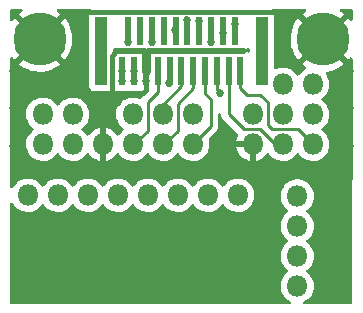
<source format=gbr>
%TF.GenerationSoftware,KiCad,Pcbnew,(6.0.0-0)*%
%TF.CreationDate,2023-03-06T19:24:07-05:00*%
%TF.ProjectId,module_dev3,6d6f6475-6c65-45f6-9465-76332e6b6963,rev?*%
%TF.SameCoordinates,Original*%
%TF.FileFunction,Copper,L2,Bot*%
%TF.FilePolarity,Positive*%
%FSLAX46Y46*%
G04 Gerber Fmt 4.6, Leading zero omitted, Abs format (unit mm)*
G04 Created by KiCad (PCBNEW (6.0.0-0)) date 2023-03-06 19:24:07*
%MOMM*%
%LPD*%
G01*
G04 APERTURE LIST*
%TA.AperFunction,ComponentPad*%
%ADD10C,4.500000*%
%TD*%
%TA.AperFunction,ComponentPad*%
%ADD11O,1.800000X1.800000*%
%TD*%
%TA.AperFunction,SMDPad,CuDef*%
%ADD12R,1.000000X5.850000*%
%TD*%
%TA.AperFunction,SMDPad,CuDef*%
%ADD13R,0.610000X2.410000*%
%TD*%
%TA.AperFunction,ViaPad*%
%ADD14C,0.685800*%
%TD*%
%TA.AperFunction,Conductor*%
%ADD15C,0.381000*%
%TD*%
%TA.AperFunction,Conductor*%
%ADD16C,0.508000*%
%TD*%
%TA.AperFunction,Conductor*%
%ADD17C,0.762000*%
%TD*%
%TA.AperFunction,Conductor*%
%ADD18C,0.406400*%
%TD*%
%TA.AperFunction,Conductor*%
%ADD19C,0.254000*%
%TD*%
G04 APERTURE END LIST*
D10*
%TO.P,H1,1*%
%TO.N,GND*%
X95000000Y-64000000D03*
%TD*%
%TO.P,H2,1*%
%TO.N,GND*%
X119000000Y-64000000D03*
%TD*%
D11*
%TO.P,J24,1*%
%TO.N,/12V*%
X97790000Y-72898000D03*
%TD*%
%TO.P,J25,1*%
%TO.N,GND*%
X100330000Y-72898000D03*
%TD*%
%TO.P,J27,1*%
%TO.N,/A1*%
X95250000Y-70358000D03*
%TD*%
%TO.P,J28,1*%
%TO.N,/~{RST}*%
X102870000Y-70358000D03*
%TD*%
%TO.P,J29,1*%
%TO.N,/5V*%
X97790000Y-70358000D03*
%TD*%
%TO.P,J32,1*%
%TO.N,/EN*%
X102870000Y-72898000D03*
%TD*%
%TO.P,J13,1*%
%TO.N,/SDA*%
X115570000Y-72898000D03*
%TD*%
%TO.P,J14,1*%
%TO.N,/3V3*%
X113030000Y-70358000D03*
%TD*%
%TO.P,J15,1*%
%TO.N,GND*%
X113030000Y-72898000D03*
%TD*%
%TO.P,J16,1*%
%TO.N,/SCK*%
X105410000Y-70358000D03*
%TD*%
%TO.P,J18,1*%
%TO.N,/MISO*%
X105410000Y-72898000D03*
%TD*%
%TO.P,J19,1*%
%TO.N,/MOSI*%
X107950000Y-72898000D03*
%TD*%
%TO.P,J17,1*%
%TO.N,/CS*%
X107950000Y-70358000D03*
%TD*%
%TO.P,J22,1*%
%TO.N,/RX*%
X118110000Y-70358000D03*
%TD*%
%TO.P,J31,1*%
%TO.N,/Status*%
X118110000Y-67818000D03*
%TD*%
%TO.P,J26,1*%
%TO.N,/A0*%
X95250000Y-72898000D03*
%TD*%
%TO.P,J21,1*%
%TO.N,/TX*%
X115570000Y-70358000D03*
%TD*%
%TO.P,J30,1*%
%TO.N,/BAT*%
X115570000Y-67818000D03*
%TD*%
%TO.P,J12,1*%
%TO.N,/SCL*%
X118110000Y-72898000D03*
%TD*%
%TO.P,J3,1*%
%TO.N,Net-(J3-Pad1)*%
X116800000Y-77280000D03*
%TO.P,J3,2*%
%TO.N,Net-(J3-Pad2)*%
X116800000Y-79820000D03*
%TO.P,J3,3*%
%TO.N,Net-(J3-Pad3)*%
X116800000Y-82360000D03*
%TO.P,J3,4*%
%TO.N,Net-(J3-Pad4)*%
X116800000Y-84900000D03*
%TD*%
%TO.P,J4,1*%
%TO.N,Net-(J4-Pad1)*%
X93980000Y-77216000D03*
%TO.P,J4,2*%
%TO.N,Net-(J4-Pad2)*%
X96520000Y-77216000D03*
%TO.P,J4,3*%
%TO.N,Net-(J4-Pad3)*%
X99060000Y-77216000D03*
%TO.P,J4,4*%
%TO.N,Net-(J4-Pad4)*%
X101600000Y-77216000D03*
%TO.P,J4,5*%
%TO.N,Net-(J4-Pad5)*%
X104140000Y-77216000D03*
%TO.P,J4,6*%
%TO.N,Net-(J4-Pad6)*%
X106680000Y-77216000D03*
%TO.P,J4,7*%
%TO.N,Net-(J4-Pad7)*%
X109220000Y-77216000D03*
%TO.P,J4,8*%
%TO.N,Net-(J4-Pad8)*%
X111760000Y-77216000D03*
%TD*%
D12*
%TO.P,J1,*%
%TO.N,*%
X100173500Y-65000000D03*
X113826500Y-65000000D03*
D13*
%TO.P,J1,1*%
%TO.N,/12V*%
X101996500Y-66720000D03*
%TO.P,J1,2*%
X102996500Y-66720000D03*
%TO.P,J1,3*%
%TO.N,GND*%
X103996500Y-66720000D03*
%TO.P,J1,4*%
%TO.N,/EN*%
X104996500Y-66720000D03*
%TO.P,J1,5*%
%TO.N,/~{RST}*%
X105996500Y-66720000D03*
%TO.P,J1,6*%
%TO.N,/SCK*%
X106996500Y-66720000D03*
%TO.P,J1,7*%
%TO.N,/MISO*%
X107996500Y-66720000D03*
%TO.P,J1,8*%
%TO.N,/MOSI*%
X108996500Y-66720000D03*
%TO.P,J1,9*%
%TO.N,/CS*%
X109996500Y-66720000D03*
%TO.P,J1,10*%
%TO.N,/SDA*%
X110996500Y-66720000D03*
%TO.P,J1,11*%
%TO.N,/SCL*%
X111996500Y-66720000D03*
%TO.P,J1,12*%
%TO.N,/BAT*%
X111496500Y-63280000D03*
%TO.P,J1,13*%
%TO.N,/RX*%
X110496500Y-63280000D03*
%TO.P,J1,14*%
%TO.N,/TX*%
X109496500Y-63280000D03*
%TO.P,J1,15*%
%TO.N,/Status*%
X108496500Y-63280000D03*
%TO.P,J1,16*%
%TO.N,/A0*%
X107496500Y-63280000D03*
%TO.P,J1,17*%
%TO.N,/A1*%
X106496500Y-63280000D03*
%TO.P,J1,18*%
%TO.N,N/C*%
X105496500Y-63280000D03*
%TO.P,J1,19*%
%TO.N,/3V3*%
X104496500Y-63280000D03*
%TO.P,J1,20*%
%TO.N,N/C*%
X103496500Y-63320000D03*
%TO.P,J1,21*%
%TO.N,/5V*%
X102496500Y-63320000D03*
%TD*%
D14*
%TO.N,GND*%
X110744000Y-71628000D03*
X110800000Y-85800000D03*
X100965000Y-68834000D03*
X92710000Y-73025000D03*
X115070000Y-84690000D03*
X108800000Y-80700000D03*
X121285000Y-69850000D03*
X110744000Y-72644000D03*
X92710000Y-66675000D03*
X102610000Y-84980000D03*
X100965000Y-69977000D03*
X104013000Y-67564000D03*
X101600000Y-69342000D03*
X121285000Y-66675000D03*
X104013000Y-65786000D03*
X121285000Y-73025000D03*
X92710000Y-69850000D03*
X114370000Y-78510000D03*
X95880000Y-85130000D03*
X114370000Y-80610000D03*
X107090000Y-81160000D03*
X104013000Y-66675000D03*
%TO.N,/12V*%
X102997000Y-67564000D03*
X101999500Y-66720000D03*
X101981000Y-67564000D03*
X103000000Y-66700000D03*
%TO.N,/3V3*%
X104521000Y-64262000D03*
%TO.N,/~{RST}*%
X105918000Y-67691000D03*
%TO.N,/CS*%
X110236000Y-68580000D03*
%TO.N,/5V*%
X102489000Y-64262000D03*
%TO.N,/TX*%
X109474000Y-64262000D03*
%TO.N,/RX*%
X110490000Y-63500000D03*
%TO.N,/Status*%
X108458000Y-62484000D03*
%TO.N,/A0*%
X107442000Y-62357000D03*
%TO.N,/A1*%
X106426000Y-63246000D03*
%TO.N,/BAT*%
X111506000Y-62738000D03*
%TD*%
D15*
%TO.N,GND*%
X101092000Y-68707000D02*
X100965000Y-68834000D01*
X97303401Y-61696599D02*
X95000000Y-64000000D01*
D16*
X104140000Y-65024000D02*
X112268000Y-65024000D01*
D15*
X97303401Y-61696599D02*
X116696599Y-61696599D01*
X101092000Y-65405000D02*
X101092000Y-68707000D01*
D17*
X104013000Y-66675000D02*
X104013000Y-65151000D01*
D16*
X104013000Y-65151000D02*
X104140000Y-65024000D01*
X103886000Y-65024000D02*
X101473000Y-65024000D01*
D15*
X103996500Y-68342500D02*
X103759000Y-68580000D01*
X103996500Y-66720000D02*
X103996500Y-68342500D01*
X101473000Y-65024000D02*
X101092000Y-65405000D01*
D16*
X104013000Y-65151000D02*
X103886000Y-65024000D01*
D15*
X119000000Y-64000000D02*
X116696599Y-61696599D01*
D18*
%TO.N,/12V*%
X101999500Y-66720000D02*
X101996500Y-66720000D01*
D15*
%TO.N,/3V3*%
X104496500Y-64237500D02*
X104521000Y-64262000D01*
X104496500Y-63280000D02*
X104496500Y-64237500D01*
D19*
%TO.N,/~{RST}*%
X105996500Y-66720000D02*
X105996500Y-67612500D01*
X105996500Y-67612500D02*
X105918000Y-67691000D01*
%TO.N,/SCK*%
X106996500Y-68009500D02*
X105410000Y-69596000D01*
X105410000Y-69596000D02*
X105410000Y-70358000D01*
X106996500Y-66720000D02*
X106996500Y-68009500D01*
%TO.N,/MISO*%
X106680000Y-69469000D02*
X106680000Y-71755000D01*
X107996500Y-68152500D02*
X106680000Y-69469000D01*
X106680000Y-71755000D02*
X105537000Y-72898000D01*
X107996500Y-66720000D02*
X107996500Y-68152500D01*
X105537000Y-72898000D02*
X105410000Y-72898000D01*
%TO.N,/MOSI*%
X109474000Y-69088000D02*
X109474000Y-71374000D01*
X108996500Y-66720000D02*
X108996500Y-68610500D01*
X109474000Y-71374000D02*
X107950000Y-72898000D01*
X108996500Y-68610500D02*
X109474000Y-69088000D01*
%TO.N,/CS*%
X109996500Y-66720000D02*
X109996500Y-68340500D01*
X109996500Y-68340500D02*
X110236000Y-68580000D01*
%TO.N,/SDA*%
X112268000Y-71628000D02*
X110996500Y-70356500D01*
X113665000Y-71628000D02*
X112268000Y-71628000D01*
X114935000Y-72898000D02*
X115570000Y-72898000D01*
X113665000Y-71628000D02*
X114935000Y-72898000D01*
X110996500Y-70356500D02*
X110996500Y-66720000D01*
%TO.N,/SCL*%
X116840000Y-71628000D02*
X118110000Y-72898000D01*
X114300000Y-71247000D02*
X114681000Y-71628000D01*
X114681000Y-71628000D02*
X116840000Y-71628000D01*
X113665000Y-68707000D02*
X114300000Y-69342000D01*
X114300000Y-69342000D02*
X114300000Y-71247000D01*
X112524500Y-68707000D02*
X113665000Y-68707000D01*
X111996500Y-66720000D02*
X111996500Y-68179000D01*
X111996500Y-68179000D02*
X112524500Y-68707000D01*
D15*
%TO.N,/5V*%
X102496500Y-63320000D02*
X102496500Y-64254500D01*
X102496500Y-64254500D02*
X102489000Y-64262000D01*
D19*
%TO.N,/TX*%
X109496500Y-63280000D02*
X109496500Y-64239500D01*
X109496500Y-64239500D02*
X109474000Y-64262000D01*
%TO.N,/RX*%
X110496500Y-63280000D02*
X110496500Y-63493500D01*
X110496500Y-63493500D02*
X110490000Y-63500000D01*
%TO.N,/EN*%
X104996500Y-66720000D02*
X104996500Y-68485500D01*
X104140000Y-71755000D02*
X102997000Y-72898000D01*
X102997000Y-72898000D02*
X102870000Y-72898000D01*
X104140000Y-69342000D02*
X104140000Y-71755000D01*
X104996500Y-68485500D02*
X104140000Y-69342000D01*
%TO.N,/Status*%
X108496500Y-63280000D02*
X108496500Y-62522500D01*
X108496500Y-62522500D02*
X108458000Y-62484000D01*
%TO.N,/A0*%
X107496500Y-62411500D02*
X107442000Y-62357000D01*
X107496500Y-63280000D02*
X107496500Y-62411500D01*
%TO.N,/A1*%
X106460000Y-63280000D02*
X106426000Y-63246000D01*
X106496500Y-63280000D02*
X106460000Y-63280000D01*
%TO.N,/BAT*%
X111496500Y-63280000D02*
X111496500Y-62747500D01*
X111496500Y-62747500D02*
X111506000Y-62738000D01*
%TD*%
%TA.AperFunction,Conductor*%
%TO.N,GND*%
G36*
X93508556Y-61466002D02*
G01*
X93555049Y-61519658D01*
X93565153Y-61589932D01*
X93535659Y-61654512D01*
X93504858Y-61680285D01*
X93450196Y-61712805D01*
X93443945Y-61717053D01*
X93250733Y-61866115D01*
X93242267Y-61877773D01*
X93248871Y-61889661D01*
X94987188Y-63627978D01*
X95001132Y-63635592D01*
X95002965Y-63635461D01*
X95009580Y-63631210D01*
X96750162Y-61890628D01*
X96757174Y-61877787D01*
X96749379Y-61867098D01*
X96579886Y-61733481D01*
X96573663Y-61729156D01*
X96492326Y-61679605D01*
X96444557Y-61627082D01*
X96432767Y-61557071D01*
X96460699Y-61491800D01*
X96519485Y-61451992D01*
X96557879Y-61446000D01*
X99286595Y-61446000D01*
X99354716Y-61466002D01*
X99401209Y-61519658D01*
X99411313Y-61589932D01*
X99381819Y-61654512D01*
X99362163Y-61672824D01*
X99310239Y-61711739D01*
X99222885Y-61828295D01*
X99171755Y-61964684D01*
X99165000Y-62026866D01*
X99165000Y-67973134D01*
X99171755Y-68035316D01*
X99222885Y-68171705D01*
X99310239Y-68288261D01*
X99426795Y-68375615D01*
X99563184Y-68426745D01*
X99625366Y-68433500D01*
X100721634Y-68433500D01*
X100783816Y-68426745D01*
X100920205Y-68375615D01*
X101036761Y-68288261D01*
X101081674Y-68228334D01*
X101138533Y-68185819D01*
X101209352Y-68180793D01*
X101271645Y-68214853D01*
X101283326Y-68228334D01*
X101328239Y-68288261D01*
X101444795Y-68375615D01*
X101581184Y-68426745D01*
X101643366Y-68433500D01*
X102349634Y-68433500D01*
X102411816Y-68426745D01*
X102452271Y-68411579D01*
X102523076Y-68406396D01*
X102540723Y-68411577D01*
X102581184Y-68426745D01*
X102643366Y-68433500D01*
X103349634Y-68433500D01*
X103411816Y-68426745D01*
X103419217Y-68423970D01*
X103419219Y-68423970D01*
X103452981Y-68411313D01*
X103523788Y-68406129D01*
X103541443Y-68411313D01*
X103573890Y-68423477D01*
X103589149Y-68427105D01*
X103640014Y-68432631D01*
X103646828Y-68433000D01*
X103846077Y-68433000D01*
X103914198Y-68453002D01*
X103960691Y-68506658D01*
X103970795Y-68576932D01*
X103941301Y-68641512D01*
X103935172Y-68648095D01*
X103746517Y-68836750D01*
X103738191Y-68844326D01*
X103731697Y-68848447D01*
X103726274Y-68854222D01*
X103684915Y-68898265D01*
X103682160Y-68901107D01*
X103662361Y-68920906D01*
X103659937Y-68924031D01*
X103659929Y-68924040D01*
X103659863Y-68924126D01*
X103652155Y-68933151D01*
X103621783Y-68965494D01*
X103617965Y-68972438D01*
X103617964Y-68972440D01*
X103611978Y-68983329D01*
X103601127Y-68999847D01*
X103588650Y-69015933D01*
X103588649Y-69015935D01*
X103588140Y-69015540D01*
X103540486Y-69060039D01*
X103470636Y-69072747D01*
X103441861Y-69066222D01*
X103235903Y-68993288D01*
X103235899Y-68993287D01*
X103231028Y-68991562D01*
X103225935Y-68990655D01*
X103225932Y-68990654D01*
X103008095Y-68951851D01*
X103008089Y-68951850D01*
X103003006Y-68950945D01*
X102930096Y-68950054D01*
X102776581Y-68948179D01*
X102776579Y-68948179D01*
X102771411Y-68948116D01*
X102542464Y-68983150D01*
X102322314Y-69055106D01*
X102317726Y-69057494D01*
X102317722Y-69057496D01*
X102196245Y-69120733D01*
X102116872Y-69162052D01*
X102112739Y-69165155D01*
X102112736Y-69165157D01*
X101961947Y-69278373D01*
X101931655Y-69301117D01*
X101928083Y-69304855D01*
X101814673Y-69423532D01*
X101771639Y-69468564D01*
X101768730Y-69472829D01*
X101768724Y-69472837D01*
X101750192Y-69500004D01*
X101641119Y-69659899D01*
X101543602Y-69869981D01*
X101481707Y-70093169D01*
X101457095Y-70323469D01*
X101457392Y-70328622D01*
X101457392Y-70328625D01*
X101463067Y-70427041D01*
X101470427Y-70554697D01*
X101471564Y-70559743D01*
X101471565Y-70559749D01*
X101495305Y-70665088D01*
X101521346Y-70780642D01*
X101523288Y-70785424D01*
X101523289Y-70785428D01*
X101598467Y-70970568D01*
X101608484Y-70995237D01*
X101729501Y-71192719D01*
X101881147Y-71367784D01*
X102059349Y-71515730D01*
X102063819Y-71518342D01*
X102067511Y-71520500D01*
X102116232Y-71572140D01*
X102129301Y-71641924D01*
X102102566Y-71707694D01*
X102079589Y-71730045D01*
X101997129Y-71791958D01*
X101931655Y-71841117D01*
X101771639Y-72008564D01*
X101768730Y-72012829D01*
X101768724Y-72012837D01*
X101704002Y-72107716D01*
X101649091Y-72152719D01*
X101578566Y-72160890D01*
X101514819Y-72129636D01*
X101494122Y-72105152D01*
X101452177Y-72040315D01*
X101445885Y-72032144D01*
X101297023Y-71868547D01*
X101289490Y-71861521D01*
X101115901Y-71724429D01*
X101107323Y-71718730D01*
X100913678Y-71611833D01*
X100904272Y-71607606D01*
X100695772Y-71533772D01*
X100685809Y-71531140D01*
X100601836Y-71516182D01*
X100588541Y-71517641D01*
X100584000Y-71532199D01*
X100584000Y-74266928D01*
X100588064Y-74280770D01*
X100601479Y-74282804D01*
X100618613Y-74280609D01*
X100628698Y-74278466D01*
X100840557Y-74214905D01*
X100850152Y-74211144D01*
X101048778Y-74113838D01*
X101057636Y-74108559D01*
X101237716Y-73980109D01*
X101245578Y-73973465D01*
X101402260Y-73817329D01*
X101408937Y-73809484D01*
X101496676Y-73687382D01*
X101552671Y-73643734D01*
X101623374Y-73637288D01*
X101686339Y-73670091D01*
X101706432Y-73695074D01*
X101726800Y-73728313D01*
X101726804Y-73728318D01*
X101729501Y-73732719D01*
X101881147Y-73907784D01*
X102059349Y-74055730D01*
X102259322Y-74172584D01*
X102475694Y-74255209D01*
X102480760Y-74256240D01*
X102480761Y-74256240D01*
X102533295Y-74266928D01*
X102702656Y-74301385D01*
X102833324Y-74306176D01*
X102928949Y-74309683D01*
X102928953Y-74309683D01*
X102934113Y-74309872D01*
X102939233Y-74309216D01*
X102939235Y-74309216D01*
X103012270Y-74299860D01*
X103163847Y-74280442D01*
X103168795Y-74278957D01*
X103168802Y-74278956D01*
X103380747Y-74215369D01*
X103385690Y-74213886D01*
X103467159Y-74173975D01*
X103589049Y-74114262D01*
X103589052Y-74114260D01*
X103593684Y-74111991D01*
X103782243Y-73977494D01*
X103946303Y-73814005D01*
X103949319Y-73809808D01*
X103949326Y-73809800D01*
X104036960Y-73687844D01*
X104092954Y-73644196D01*
X104163658Y-73637750D01*
X104226622Y-73670553D01*
X104246715Y-73695536D01*
X104266800Y-73728313D01*
X104266804Y-73728318D01*
X104269501Y-73732719D01*
X104421147Y-73907784D01*
X104599349Y-74055730D01*
X104799322Y-74172584D01*
X105015694Y-74255209D01*
X105020760Y-74256240D01*
X105020761Y-74256240D01*
X105073295Y-74266928D01*
X105242656Y-74301385D01*
X105373324Y-74306176D01*
X105468949Y-74309683D01*
X105468953Y-74309683D01*
X105474113Y-74309872D01*
X105479233Y-74309216D01*
X105479235Y-74309216D01*
X105552270Y-74299860D01*
X105703847Y-74280442D01*
X105708795Y-74278957D01*
X105708802Y-74278956D01*
X105920747Y-74215369D01*
X105925690Y-74213886D01*
X106007159Y-74173975D01*
X106129049Y-74114262D01*
X106129052Y-74114260D01*
X106133684Y-74111991D01*
X106322243Y-73977494D01*
X106486303Y-73814005D01*
X106489319Y-73809808D01*
X106489326Y-73809800D01*
X106576960Y-73687844D01*
X106632954Y-73644196D01*
X106703658Y-73637750D01*
X106766622Y-73670553D01*
X106786715Y-73695536D01*
X106806800Y-73728313D01*
X106806804Y-73728318D01*
X106809501Y-73732719D01*
X106961147Y-73907784D01*
X107139349Y-74055730D01*
X107339322Y-74172584D01*
X107555694Y-74255209D01*
X107560760Y-74256240D01*
X107560761Y-74256240D01*
X107613295Y-74266928D01*
X107782656Y-74301385D01*
X107913324Y-74306176D01*
X108008949Y-74309683D01*
X108008953Y-74309683D01*
X108014113Y-74309872D01*
X108019233Y-74309216D01*
X108019235Y-74309216D01*
X108092270Y-74299860D01*
X108243847Y-74280442D01*
X108248795Y-74278957D01*
X108248802Y-74278956D01*
X108460747Y-74215369D01*
X108465690Y-74213886D01*
X108547159Y-74173975D01*
X108669049Y-74114262D01*
X108669052Y-74114260D01*
X108673684Y-74111991D01*
X108862243Y-73977494D01*
X109026303Y-73814005D01*
X109161458Y-73625917D01*
X109208641Y-73530450D01*
X109261784Y-73422922D01*
X109261785Y-73422920D01*
X109264078Y-73418280D01*
X109331408Y-73196671D01*
X109335450Y-73165966D01*
X111647000Y-73165966D01*
X111680685Y-73315439D01*
X111683773Y-73325292D01*
X111766989Y-73530226D01*
X111771629Y-73539413D01*
X111887208Y-73728022D01*
X111893286Y-73736326D01*
X112038113Y-73903519D01*
X112045475Y-73910728D01*
X112215660Y-74052018D01*
X112224099Y-74057927D01*
X112415077Y-74169525D01*
X112424364Y-74173975D01*
X112631003Y-74252883D01*
X112640901Y-74255759D01*
X112758250Y-74279634D01*
X112772299Y-74278438D01*
X112776000Y-74268093D01*
X112776000Y-73170115D01*
X112771525Y-73154876D01*
X112770135Y-73153671D01*
X112762452Y-73152000D01*
X111661968Y-73152000D01*
X111648437Y-73155973D01*
X111647000Y-73165966D01*
X109335450Y-73165966D01*
X109361640Y-72967041D01*
X109363327Y-72898000D01*
X109357032Y-72821434D01*
X109344773Y-72672318D01*
X109344772Y-72672312D01*
X109344349Y-72667167D01*
X109308594Y-72524819D01*
X109311398Y-72453878D01*
X109341703Y-72405029D01*
X109867477Y-71879255D01*
X109875803Y-71871678D01*
X109882303Y-71867553D01*
X109887968Y-71861521D01*
X109929100Y-71817719D01*
X109931855Y-71814877D01*
X109951638Y-71795094D01*
X109954129Y-71791883D01*
X109961838Y-71782856D01*
X109986789Y-71756286D01*
X109992217Y-71750506D01*
X110002022Y-71732671D01*
X110012876Y-71716147D01*
X110020491Y-71706330D01*
X110020492Y-71706329D01*
X110025349Y-71700067D01*
X110042969Y-71659350D01*
X110048192Y-71648689D01*
X110065749Y-71616753D01*
X110065751Y-71616748D01*
X110069569Y-71609803D01*
X110071539Y-71602129D01*
X110071542Y-71602122D01*
X110074632Y-71590087D01*
X110081036Y-71571382D01*
X110085967Y-71559987D01*
X110089117Y-71552708D01*
X110096060Y-71508873D01*
X110098467Y-71497251D01*
X110109500Y-71454282D01*
X110109500Y-71433935D01*
X110111051Y-71414224D01*
X110112995Y-71401950D01*
X110114235Y-71394121D01*
X110110059Y-71349944D01*
X110109500Y-71338086D01*
X110109500Y-70404429D01*
X110129502Y-70336308D01*
X110183158Y-70289815D01*
X110253432Y-70279711D01*
X110318012Y-70309205D01*
X110356396Y-70368931D01*
X110361000Y-70395089D01*
X110361000Y-70396483D01*
X110361496Y-70400407D01*
X110361496Y-70400410D01*
X110361508Y-70400504D01*
X110362441Y-70412349D01*
X110363835Y-70456705D01*
X110366047Y-70464317D01*
X110369513Y-70476248D01*
X110373523Y-70495612D01*
X110376073Y-70515799D01*
X110378989Y-70523163D01*
X110378990Y-70523168D01*
X110392407Y-70557056D01*
X110396252Y-70568285D01*
X110408631Y-70610893D01*
X110412669Y-70617720D01*
X110412670Y-70617723D01*
X110418988Y-70628406D01*
X110427688Y-70646164D01*
X110432261Y-70657715D01*
X110432265Y-70657721D01*
X110435181Y-70665088D01*
X110439839Y-70671499D01*
X110439840Y-70671501D01*
X110461264Y-70700988D01*
X110467781Y-70710910D01*
X110486326Y-70742268D01*
X110486329Y-70742272D01*
X110490366Y-70749098D01*
X110504750Y-70763482D01*
X110517591Y-70778516D01*
X110529558Y-70794987D01*
X110535666Y-70800040D01*
X110563755Y-70823277D01*
X110572535Y-70831267D01*
X111762750Y-72021483D01*
X111770326Y-72029809D01*
X111774447Y-72036303D01*
X111780222Y-72041726D01*
X111780226Y-72041731D01*
X111780866Y-72042332D01*
X111781216Y-72042927D01*
X111785279Y-72047839D01*
X111784486Y-72048495D01*
X111816827Y-72103547D01*
X111813985Y-72174486D01*
X111804162Y-72196415D01*
X111799378Y-72204836D01*
X111706252Y-72405459D01*
X111702689Y-72415146D01*
X111643581Y-72628279D01*
X111643484Y-72628788D01*
X111645625Y-72640609D01*
X111658001Y-72644000D01*
X113158000Y-72644000D01*
X113226121Y-72664002D01*
X113272614Y-72717658D01*
X113284000Y-72770000D01*
X113284000Y-74266928D01*
X113288064Y-74280770D01*
X113301479Y-74282804D01*
X113318613Y-74280609D01*
X113328698Y-74278466D01*
X113540557Y-74214905D01*
X113550152Y-74211144D01*
X113748778Y-74113838D01*
X113757636Y-74108559D01*
X113937716Y-73980109D01*
X113945578Y-73973465D01*
X114102260Y-73817329D01*
X114108937Y-73809484D01*
X114196676Y-73687382D01*
X114252671Y-73643734D01*
X114323374Y-73637288D01*
X114386339Y-73670091D01*
X114406432Y-73695074D01*
X114426800Y-73728313D01*
X114426804Y-73728318D01*
X114429501Y-73732719D01*
X114581147Y-73907784D01*
X114759349Y-74055730D01*
X114959322Y-74172584D01*
X115175694Y-74255209D01*
X115180760Y-74256240D01*
X115180761Y-74256240D01*
X115233295Y-74266928D01*
X115402656Y-74301385D01*
X115533324Y-74306176D01*
X115628949Y-74309683D01*
X115628953Y-74309683D01*
X115634113Y-74309872D01*
X115639233Y-74309216D01*
X115639235Y-74309216D01*
X115712270Y-74299860D01*
X115863847Y-74280442D01*
X115868795Y-74278957D01*
X115868802Y-74278956D01*
X116080747Y-74215369D01*
X116085690Y-74213886D01*
X116167159Y-74173975D01*
X116289049Y-74114262D01*
X116289052Y-74114260D01*
X116293684Y-74111991D01*
X116482243Y-73977494D01*
X116646303Y-73814005D01*
X116649319Y-73809808D01*
X116649326Y-73809800D01*
X116736960Y-73687844D01*
X116792954Y-73644196D01*
X116863658Y-73637750D01*
X116926622Y-73670553D01*
X116946715Y-73695536D01*
X116966800Y-73728313D01*
X116966804Y-73728318D01*
X116969501Y-73732719D01*
X117121147Y-73907784D01*
X117299349Y-74055730D01*
X117499322Y-74172584D01*
X117715694Y-74255209D01*
X117720760Y-74256240D01*
X117720761Y-74256240D01*
X117773295Y-74266928D01*
X117942656Y-74301385D01*
X118073324Y-74306176D01*
X118168949Y-74309683D01*
X118168953Y-74309683D01*
X118174113Y-74309872D01*
X118179233Y-74309216D01*
X118179235Y-74309216D01*
X118252270Y-74299860D01*
X118403847Y-74280442D01*
X118408795Y-74278957D01*
X118408802Y-74278956D01*
X118620747Y-74215369D01*
X118625690Y-74213886D01*
X118707159Y-74173975D01*
X118829049Y-74114262D01*
X118829052Y-74114260D01*
X118833684Y-74111991D01*
X119022243Y-73977494D01*
X119186303Y-73814005D01*
X119321458Y-73625917D01*
X119368641Y-73530450D01*
X119421784Y-73422922D01*
X119421785Y-73422920D01*
X119424078Y-73418280D01*
X119491408Y-73196671D01*
X119521640Y-72967041D01*
X119523327Y-72898000D01*
X119517032Y-72821434D01*
X119504773Y-72672318D01*
X119504772Y-72672312D01*
X119504349Y-72667167D01*
X119447925Y-72442533D01*
X119436017Y-72415146D01*
X119357630Y-72234868D01*
X119357628Y-72234865D01*
X119355570Y-72230131D01*
X119229764Y-72035665D01*
X119224850Y-72030264D01*
X119081731Y-71872979D01*
X119073887Y-71864358D01*
X119069836Y-71861159D01*
X119069832Y-71861155D01*
X118897077Y-71724722D01*
X118856014Y-71666805D01*
X118852782Y-71595882D01*
X118888407Y-71534470D01*
X118902001Y-71523261D01*
X119022243Y-71437494D01*
X119186303Y-71274005D01*
X119321458Y-71085917D01*
X119368641Y-70990450D01*
X119421784Y-70882922D01*
X119421785Y-70882920D01*
X119424078Y-70878280D01*
X119491408Y-70656671D01*
X119521640Y-70427041D01*
X119522193Y-70404429D01*
X119523245Y-70361365D01*
X119523245Y-70361361D01*
X119523327Y-70358000D01*
X119516890Y-70279711D01*
X119504773Y-70132318D01*
X119504772Y-70132312D01*
X119504349Y-70127167D01*
X119447925Y-69902533D01*
X119445866Y-69897797D01*
X119357630Y-69694868D01*
X119357628Y-69694865D01*
X119355570Y-69690131D01*
X119229764Y-69495665D01*
X119073887Y-69324358D01*
X119069836Y-69321159D01*
X119069832Y-69321155D01*
X118897077Y-69184722D01*
X118856014Y-69126805D01*
X118852782Y-69055882D01*
X118888407Y-68994470D01*
X118902001Y-68983261D01*
X118905872Y-68980500D01*
X119022243Y-68897494D01*
X119186303Y-68734005D01*
X119321458Y-68545917D01*
X119396047Y-68394998D01*
X119421784Y-68342922D01*
X119421785Y-68342920D01*
X119424078Y-68338280D01*
X119491408Y-68116671D01*
X119521640Y-67887041D01*
X119523327Y-67818000D01*
X119517032Y-67741434D01*
X119504773Y-67592318D01*
X119504772Y-67592312D01*
X119504349Y-67587167D01*
X119447925Y-67362533D01*
X119445866Y-67357797D01*
X119357630Y-67154868D01*
X119357628Y-67154865D01*
X119355570Y-67150131D01*
X119229764Y-66955665D01*
X119226282Y-66951838D01*
X119223129Y-66947744D01*
X119224899Y-66946381D01*
X119197983Y-66890964D01*
X119206414Y-66820470D01*
X119251620Y-66765725D01*
X119301551Y-66745785D01*
X119613115Y-66693926D01*
X119620479Y-66692240D01*
X119932315Y-66600757D01*
X119939424Y-66598198D01*
X120238003Y-66469919D01*
X120244770Y-66466515D01*
X120525764Y-66303301D01*
X120532071Y-66299111D01*
X120750005Y-66134588D01*
X120758461Y-66123197D01*
X120751743Y-66110953D01*
X119012812Y-64372022D01*
X118998868Y-64364408D01*
X118997035Y-64364539D01*
X118990420Y-64368790D01*
X117250257Y-66108953D01*
X117243142Y-66121982D01*
X117250668Y-66132415D01*
X117396463Y-66249848D01*
X117402640Y-66254239D01*
X117516024Y-66324951D01*
X117563240Y-66377971D01*
X117574296Y-66448101D01*
X117545682Y-66513076D01*
X117507527Y-66543626D01*
X117402695Y-66598198D01*
X117356872Y-66622052D01*
X117352739Y-66625155D01*
X117352736Y-66625157D01*
X117175790Y-66758012D01*
X117171655Y-66761117D01*
X117011639Y-66928564D01*
X116944306Y-67027271D01*
X116889397Y-67072271D01*
X116818872Y-67080442D01*
X116755125Y-67049188D01*
X116734428Y-67024705D01*
X116692571Y-66960004D01*
X116689764Y-66955665D01*
X116682557Y-66947744D01*
X116566746Y-66820470D01*
X116533887Y-66784358D01*
X116529836Y-66781159D01*
X116529832Y-66781155D01*
X116356177Y-66644011D01*
X116356172Y-66644008D01*
X116352123Y-66640810D01*
X116347607Y-66638317D01*
X116347604Y-66638315D01*
X116153879Y-66531373D01*
X116153875Y-66531371D01*
X116149355Y-66528876D01*
X116144486Y-66527152D01*
X116144482Y-66527150D01*
X115935903Y-66453288D01*
X115935899Y-66453287D01*
X115931028Y-66451562D01*
X115925935Y-66450655D01*
X115925932Y-66450654D01*
X115708095Y-66411851D01*
X115708089Y-66411850D01*
X115703006Y-66410945D01*
X115630096Y-66410054D01*
X115476581Y-66408179D01*
X115476579Y-66408179D01*
X115471411Y-66408116D01*
X115242464Y-66443150D01*
X115022314Y-66515106D01*
X115017721Y-66517497D01*
X115012963Y-66519497D01*
X115012368Y-66518082D01*
X114949506Y-66530449D01*
X114883494Y-66504316D01*
X114842090Y-66446643D01*
X114835000Y-66404974D01*
X114835000Y-63974858D01*
X116237299Y-63974858D01*
X116253456Y-64299410D01*
X116254287Y-64306939D01*
X116309318Y-64627198D01*
X116311051Y-64634585D01*
X116404156Y-64945909D01*
X116406759Y-64953022D01*
X116536595Y-65250913D01*
X116540037Y-65257669D01*
X116704720Y-65537803D01*
X116708943Y-65544088D01*
X116865792Y-65749608D01*
X116877316Y-65758069D01*
X116889382Y-65751408D01*
X118627978Y-64012812D01*
X118635592Y-63998868D01*
X118635461Y-63997035D01*
X118631210Y-63990420D01*
X116890864Y-62250074D01*
X116877929Y-62243011D01*
X116867367Y-62250671D01*
X116741785Y-62408268D01*
X116737428Y-62414467D01*
X116566913Y-62691094D01*
X116563333Y-62697770D01*
X116427287Y-62992878D01*
X116424537Y-62999929D01*
X116324927Y-63309251D01*
X116323044Y-63316584D01*
X116261316Y-63635632D01*
X116260329Y-63643132D01*
X116237378Y-63967277D01*
X116237299Y-63974858D01*
X114835000Y-63974858D01*
X114835000Y-62026866D01*
X114828245Y-61964684D01*
X114777115Y-61828295D01*
X114689761Y-61711739D01*
X114637838Y-61672825D01*
X114595325Y-61615966D01*
X114590300Y-61545148D01*
X114624359Y-61482855D01*
X114686691Y-61448865D01*
X114713405Y-61446000D01*
X117440435Y-61446000D01*
X117508556Y-61466002D01*
X117555049Y-61519658D01*
X117565153Y-61589932D01*
X117535659Y-61654512D01*
X117504858Y-61680285D01*
X117450196Y-61712805D01*
X117443945Y-61717053D01*
X117250733Y-61866115D01*
X117242267Y-61877773D01*
X117248871Y-61889661D01*
X118987188Y-63627978D01*
X119001132Y-63635592D01*
X119002965Y-63635461D01*
X119009580Y-63631210D01*
X120750162Y-61890628D01*
X120757174Y-61877787D01*
X120749379Y-61867098D01*
X120579886Y-61733481D01*
X120573663Y-61729156D01*
X120492326Y-61679605D01*
X120444557Y-61627082D01*
X120432767Y-61557071D01*
X120460699Y-61491800D01*
X120519485Y-61451992D01*
X120557879Y-61446000D01*
X121361000Y-61446000D01*
X121429121Y-61466002D01*
X121475614Y-61519658D01*
X121487000Y-61572000D01*
X121487000Y-62337698D01*
X121466998Y-62405819D01*
X121413342Y-62452312D01*
X121343068Y-62462416D01*
X121278488Y-62432922D01*
X121261643Y-62415184D01*
X121133617Y-62251022D01*
X121121823Y-62242551D01*
X121110113Y-62249097D01*
X119372022Y-63987188D01*
X119364408Y-64001132D01*
X119364539Y-64002965D01*
X119368790Y-64009580D01*
X121108825Y-65749615D01*
X121121948Y-65756781D01*
X121132250Y-65749391D01*
X121241429Y-65615285D01*
X121245840Y-65609146D01*
X121252194Y-65599076D01*
X121305461Y-65552139D01*
X121375649Y-65541451D01*
X121440473Y-65570406D01*
X121479352Y-65629811D01*
X121484754Y-65666613D01*
X121434750Y-86304307D01*
X121414584Y-86372377D01*
X121360815Y-86418740D01*
X121308751Y-86430000D01*
X117422231Y-86430000D01*
X117354110Y-86409998D01*
X117307617Y-86356342D01*
X117297513Y-86286068D01*
X117327007Y-86221488D01*
X117366799Y-86190848D01*
X117519049Y-86116262D01*
X117519052Y-86116260D01*
X117523684Y-86113991D01*
X117712243Y-85979494D01*
X117876303Y-85816005D01*
X118011458Y-85627917D01*
X118058641Y-85532450D01*
X118111784Y-85424922D01*
X118111785Y-85424920D01*
X118114078Y-85420280D01*
X118181408Y-85198671D01*
X118211640Y-84969041D01*
X118213327Y-84900000D01*
X118207032Y-84823434D01*
X118194773Y-84674318D01*
X118194772Y-84674312D01*
X118194349Y-84669167D01*
X118137925Y-84444533D01*
X118135866Y-84439797D01*
X118047630Y-84236868D01*
X118047628Y-84236865D01*
X118045570Y-84232131D01*
X117919764Y-84037665D01*
X117763887Y-83866358D01*
X117759836Y-83863159D01*
X117759832Y-83863155D01*
X117587077Y-83726722D01*
X117546014Y-83668805D01*
X117542782Y-83597882D01*
X117578407Y-83536470D01*
X117592001Y-83525261D01*
X117595872Y-83522500D01*
X117712243Y-83439494D01*
X117876303Y-83276005D01*
X118011458Y-83087917D01*
X118058641Y-82992450D01*
X118111784Y-82884922D01*
X118111785Y-82884920D01*
X118114078Y-82880280D01*
X118181408Y-82658671D01*
X118211640Y-82429041D01*
X118213327Y-82360000D01*
X118207032Y-82283434D01*
X118194773Y-82134318D01*
X118194772Y-82134312D01*
X118194349Y-82129167D01*
X118137925Y-81904533D01*
X118135866Y-81899797D01*
X118047630Y-81696868D01*
X118047628Y-81696865D01*
X118045570Y-81692131D01*
X117919764Y-81497665D01*
X117763887Y-81326358D01*
X117759836Y-81323159D01*
X117759832Y-81323155D01*
X117587077Y-81186722D01*
X117546014Y-81128805D01*
X117542782Y-81057882D01*
X117578407Y-80996470D01*
X117592001Y-80985261D01*
X117595872Y-80982500D01*
X117712243Y-80899494D01*
X117876303Y-80736005D01*
X118011458Y-80547917D01*
X118058641Y-80452450D01*
X118111784Y-80344922D01*
X118111785Y-80344920D01*
X118114078Y-80340280D01*
X118181408Y-80118671D01*
X118211640Y-79889041D01*
X118213327Y-79820000D01*
X118207032Y-79743434D01*
X118194773Y-79594318D01*
X118194772Y-79594312D01*
X118194349Y-79589167D01*
X118137925Y-79364533D01*
X118135866Y-79359797D01*
X118047630Y-79156868D01*
X118047628Y-79156865D01*
X118045570Y-79152131D01*
X117919764Y-78957665D01*
X117763887Y-78786358D01*
X117759836Y-78783159D01*
X117759832Y-78783155D01*
X117587077Y-78646722D01*
X117546014Y-78588805D01*
X117542782Y-78517882D01*
X117578407Y-78456470D01*
X117592001Y-78445261D01*
X117595872Y-78442500D01*
X117712243Y-78359494D01*
X117876303Y-78196005D01*
X118011458Y-78007917D01*
X118021029Y-77988553D01*
X118111784Y-77804922D01*
X118111785Y-77804920D01*
X118114078Y-77800280D01*
X118181408Y-77578671D01*
X118211640Y-77349041D01*
X118213327Y-77280000D01*
X118205226Y-77181469D01*
X118194773Y-77054318D01*
X118194772Y-77054312D01*
X118194349Y-77049167D01*
X118137925Y-76824533D01*
X118135866Y-76819797D01*
X118047630Y-76616868D01*
X118047628Y-76616865D01*
X118045570Y-76612131D01*
X117919764Y-76417665D01*
X117763887Y-76246358D01*
X117759836Y-76243159D01*
X117759832Y-76243155D01*
X117586177Y-76106011D01*
X117586172Y-76106008D01*
X117582123Y-76102810D01*
X117577607Y-76100317D01*
X117577604Y-76100315D01*
X117383879Y-75993373D01*
X117383875Y-75993371D01*
X117379355Y-75990876D01*
X117374486Y-75989152D01*
X117374482Y-75989150D01*
X117165903Y-75915288D01*
X117165899Y-75915287D01*
X117161028Y-75913562D01*
X117155935Y-75912655D01*
X117155932Y-75912654D01*
X116938095Y-75873851D01*
X116938089Y-75873850D01*
X116933006Y-75872945D01*
X116860096Y-75872054D01*
X116706581Y-75870179D01*
X116706579Y-75870179D01*
X116701411Y-75870116D01*
X116472464Y-75905150D01*
X116252314Y-75977106D01*
X116247726Y-75979494D01*
X116247722Y-75979496D01*
X116138574Y-76036315D01*
X116046872Y-76084052D01*
X116042739Y-76087155D01*
X116042736Y-76087157D01*
X115910849Y-76186181D01*
X115861655Y-76223117D01*
X115701639Y-76390564D01*
X115698725Y-76394836D01*
X115698724Y-76394837D01*
X115641693Y-76478442D01*
X115571119Y-76581899D01*
X115473602Y-76791981D01*
X115411707Y-77015169D01*
X115387095Y-77245469D01*
X115387392Y-77250622D01*
X115387392Y-77250625D01*
X115393067Y-77349041D01*
X115400427Y-77476697D01*
X115401564Y-77481743D01*
X115401565Y-77481749D01*
X115433741Y-77624523D01*
X115451346Y-77702642D01*
X115453288Y-77707424D01*
X115453289Y-77707428D01*
X115512456Y-77853138D01*
X115538484Y-77917237D01*
X115659501Y-78114719D01*
X115811147Y-78289784D01*
X115989349Y-78437730D01*
X115993819Y-78440342D01*
X115997511Y-78442500D01*
X116046232Y-78494140D01*
X116059301Y-78563924D01*
X116032566Y-78629694D01*
X116009589Y-78652045D01*
X115861655Y-78763117D01*
X115701639Y-78930564D01*
X115698725Y-78934836D01*
X115698724Y-78934837D01*
X115683152Y-78957665D01*
X115571119Y-79121899D01*
X115473602Y-79331981D01*
X115411707Y-79555169D01*
X115387095Y-79785469D01*
X115387392Y-79790622D01*
X115387392Y-79790625D01*
X115393067Y-79889041D01*
X115400427Y-80016697D01*
X115401564Y-80021743D01*
X115401565Y-80021749D01*
X115433741Y-80164523D01*
X115451346Y-80242642D01*
X115453288Y-80247424D01*
X115453289Y-80247428D01*
X115536540Y-80452450D01*
X115538484Y-80457237D01*
X115659501Y-80654719D01*
X115811147Y-80829784D01*
X115989349Y-80977730D01*
X115993819Y-80980342D01*
X115997511Y-80982500D01*
X116046232Y-81034140D01*
X116059301Y-81103924D01*
X116032566Y-81169694D01*
X116009589Y-81192045D01*
X115861655Y-81303117D01*
X115701639Y-81470564D01*
X115698725Y-81474836D01*
X115698724Y-81474837D01*
X115683152Y-81497665D01*
X115571119Y-81661899D01*
X115473602Y-81871981D01*
X115411707Y-82095169D01*
X115387095Y-82325469D01*
X115387392Y-82330622D01*
X115387392Y-82330625D01*
X115393067Y-82429041D01*
X115400427Y-82556697D01*
X115401564Y-82561743D01*
X115401565Y-82561749D01*
X115433741Y-82704523D01*
X115451346Y-82782642D01*
X115453288Y-82787424D01*
X115453289Y-82787428D01*
X115536540Y-82992450D01*
X115538484Y-82997237D01*
X115659501Y-83194719D01*
X115811147Y-83369784D01*
X115989349Y-83517730D01*
X115993819Y-83520342D01*
X115997511Y-83522500D01*
X116046232Y-83574140D01*
X116059301Y-83643924D01*
X116032566Y-83709694D01*
X116009589Y-83732045D01*
X115861655Y-83843117D01*
X115701639Y-84010564D01*
X115698725Y-84014836D01*
X115698724Y-84014837D01*
X115683152Y-84037665D01*
X115571119Y-84201899D01*
X115473602Y-84411981D01*
X115411707Y-84635169D01*
X115387095Y-84865469D01*
X115387392Y-84870622D01*
X115387392Y-84870625D01*
X115393067Y-84969041D01*
X115400427Y-85096697D01*
X115401564Y-85101743D01*
X115401565Y-85101749D01*
X115433741Y-85244523D01*
X115451346Y-85322642D01*
X115453288Y-85327424D01*
X115453289Y-85327428D01*
X115536540Y-85532450D01*
X115538484Y-85537237D01*
X115659501Y-85734719D01*
X115811147Y-85909784D01*
X115989349Y-86057730D01*
X116189322Y-86174584D01*
X116194147Y-86176426D01*
X116194148Y-86176427D01*
X116219977Y-86186290D01*
X116276480Y-86229277D01*
X116300773Y-86295989D01*
X116285143Y-86365243D01*
X116234552Y-86415054D01*
X116175028Y-86430000D01*
X92629000Y-86430000D01*
X92560879Y-86409998D01*
X92514386Y-86356342D01*
X92503000Y-86304000D01*
X92503000Y-77948362D01*
X92523002Y-77880241D01*
X92576658Y-77833748D01*
X92646932Y-77823644D01*
X92711512Y-77853138D01*
X92736433Y-77882527D01*
X92839501Y-78050719D01*
X92991147Y-78225784D01*
X93169349Y-78373730D01*
X93369322Y-78490584D01*
X93585694Y-78573209D01*
X93590760Y-78574240D01*
X93590761Y-78574240D01*
X93643846Y-78585040D01*
X93812656Y-78619385D01*
X93943324Y-78624176D01*
X94038949Y-78627683D01*
X94038953Y-78627683D01*
X94044113Y-78627872D01*
X94049233Y-78627216D01*
X94049235Y-78627216D01*
X94122270Y-78617860D01*
X94273847Y-78598442D01*
X94278795Y-78596957D01*
X94278802Y-78596956D01*
X94490747Y-78533369D01*
X94495690Y-78531886D01*
X94524276Y-78517882D01*
X94699049Y-78432262D01*
X94699052Y-78432260D01*
X94703684Y-78429991D01*
X94892243Y-78295494D01*
X95056303Y-78132005D01*
X95059319Y-78127808D01*
X95059326Y-78127800D01*
X95146960Y-78005844D01*
X95202954Y-77962196D01*
X95273658Y-77955750D01*
X95336622Y-77988553D01*
X95356715Y-78013536D01*
X95376800Y-78046313D01*
X95376804Y-78046318D01*
X95379501Y-78050719D01*
X95531147Y-78225784D01*
X95709349Y-78373730D01*
X95909322Y-78490584D01*
X96125694Y-78573209D01*
X96130760Y-78574240D01*
X96130761Y-78574240D01*
X96183846Y-78585040D01*
X96352656Y-78619385D01*
X96483324Y-78624176D01*
X96578949Y-78627683D01*
X96578953Y-78627683D01*
X96584113Y-78627872D01*
X96589233Y-78627216D01*
X96589235Y-78627216D01*
X96662270Y-78617860D01*
X96813847Y-78598442D01*
X96818795Y-78596957D01*
X96818802Y-78596956D01*
X97030747Y-78533369D01*
X97035690Y-78531886D01*
X97064276Y-78517882D01*
X97239049Y-78432262D01*
X97239052Y-78432260D01*
X97243684Y-78429991D01*
X97432243Y-78295494D01*
X97596303Y-78132005D01*
X97599319Y-78127808D01*
X97599326Y-78127800D01*
X97686960Y-78005844D01*
X97742954Y-77962196D01*
X97813658Y-77955750D01*
X97876622Y-77988553D01*
X97896715Y-78013536D01*
X97916800Y-78046313D01*
X97916804Y-78046318D01*
X97919501Y-78050719D01*
X98071147Y-78225784D01*
X98249349Y-78373730D01*
X98449322Y-78490584D01*
X98665694Y-78573209D01*
X98670760Y-78574240D01*
X98670761Y-78574240D01*
X98723846Y-78585040D01*
X98892656Y-78619385D01*
X99023324Y-78624176D01*
X99118949Y-78627683D01*
X99118953Y-78627683D01*
X99124113Y-78627872D01*
X99129233Y-78627216D01*
X99129235Y-78627216D01*
X99202270Y-78617860D01*
X99353847Y-78598442D01*
X99358795Y-78596957D01*
X99358802Y-78596956D01*
X99570747Y-78533369D01*
X99575690Y-78531886D01*
X99604276Y-78517882D01*
X99779049Y-78432262D01*
X99779052Y-78432260D01*
X99783684Y-78429991D01*
X99972243Y-78295494D01*
X100136303Y-78132005D01*
X100139319Y-78127808D01*
X100139326Y-78127800D01*
X100226960Y-78005844D01*
X100282954Y-77962196D01*
X100353658Y-77955750D01*
X100416622Y-77988553D01*
X100436715Y-78013536D01*
X100456800Y-78046313D01*
X100456804Y-78046318D01*
X100459501Y-78050719D01*
X100611147Y-78225784D01*
X100789349Y-78373730D01*
X100989322Y-78490584D01*
X101205694Y-78573209D01*
X101210760Y-78574240D01*
X101210761Y-78574240D01*
X101263846Y-78585040D01*
X101432656Y-78619385D01*
X101563324Y-78624176D01*
X101658949Y-78627683D01*
X101658953Y-78627683D01*
X101664113Y-78627872D01*
X101669233Y-78627216D01*
X101669235Y-78627216D01*
X101742270Y-78617860D01*
X101893847Y-78598442D01*
X101898795Y-78596957D01*
X101898802Y-78596956D01*
X102110747Y-78533369D01*
X102115690Y-78531886D01*
X102144276Y-78517882D01*
X102319049Y-78432262D01*
X102319052Y-78432260D01*
X102323684Y-78429991D01*
X102512243Y-78295494D01*
X102676303Y-78132005D01*
X102679319Y-78127808D01*
X102679326Y-78127800D01*
X102766960Y-78005844D01*
X102822954Y-77962196D01*
X102893658Y-77955750D01*
X102956622Y-77988553D01*
X102976715Y-78013536D01*
X102996800Y-78046313D01*
X102996804Y-78046318D01*
X102999501Y-78050719D01*
X103151147Y-78225784D01*
X103329349Y-78373730D01*
X103529322Y-78490584D01*
X103745694Y-78573209D01*
X103750760Y-78574240D01*
X103750761Y-78574240D01*
X103803846Y-78585040D01*
X103972656Y-78619385D01*
X104103324Y-78624176D01*
X104198949Y-78627683D01*
X104198953Y-78627683D01*
X104204113Y-78627872D01*
X104209233Y-78627216D01*
X104209235Y-78627216D01*
X104282270Y-78617860D01*
X104433847Y-78598442D01*
X104438795Y-78596957D01*
X104438802Y-78596956D01*
X104650747Y-78533369D01*
X104655690Y-78531886D01*
X104684276Y-78517882D01*
X104859049Y-78432262D01*
X104859052Y-78432260D01*
X104863684Y-78429991D01*
X105052243Y-78295494D01*
X105216303Y-78132005D01*
X105219319Y-78127808D01*
X105219326Y-78127800D01*
X105306960Y-78005844D01*
X105362954Y-77962196D01*
X105433658Y-77955750D01*
X105496622Y-77988553D01*
X105516715Y-78013536D01*
X105536800Y-78046313D01*
X105536804Y-78046318D01*
X105539501Y-78050719D01*
X105691147Y-78225784D01*
X105869349Y-78373730D01*
X106069322Y-78490584D01*
X106285694Y-78573209D01*
X106290760Y-78574240D01*
X106290761Y-78574240D01*
X106343846Y-78585040D01*
X106512656Y-78619385D01*
X106643324Y-78624176D01*
X106738949Y-78627683D01*
X106738953Y-78627683D01*
X106744113Y-78627872D01*
X106749233Y-78627216D01*
X106749235Y-78627216D01*
X106822270Y-78617860D01*
X106973847Y-78598442D01*
X106978795Y-78596957D01*
X106978802Y-78596956D01*
X107190747Y-78533369D01*
X107195690Y-78531886D01*
X107224276Y-78517882D01*
X107399049Y-78432262D01*
X107399052Y-78432260D01*
X107403684Y-78429991D01*
X107592243Y-78295494D01*
X107756303Y-78132005D01*
X107759319Y-78127808D01*
X107759326Y-78127800D01*
X107846960Y-78005844D01*
X107902954Y-77962196D01*
X107973658Y-77955750D01*
X108036622Y-77988553D01*
X108056715Y-78013536D01*
X108076800Y-78046313D01*
X108076804Y-78046318D01*
X108079501Y-78050719D01*
X108231147Y-78225784D01*
X108409349Y-78373730D01*
X108609322Y-78490584D01*
X108825694Y-78573209D01*
X108830760Y-78574240D01*
X108830761Y-78574240D01*
X108883846Y-78585040D01*
X109052656Y-78619385D01*
X109183324Y-78624176D01*
X109278949Y-78627683D01*
X109278953Y-78627683D01*
X109284113Y-78627872D01*
X109289233Y-78627216D01*
X109289235Y-78627216D01*
X109362270Y-78617860D01*
X109513847Y-78598442D01*
X109518795Y-78596957D01*
X109518802Y-78596956D01*
X109730747Y-78533369D01*
X109735690Y-78531886D01*
X109764276Y-78517882D01*
X109939049Y-78432262D01*
X109939052Y-78432260D01*
X109943684Y-78429991D01*
X110132243Y-78295494D01*
X110296303Y-78132005D01*
X110299319Y-78127808D01*
X110299326Y-78127800D01*
X110386960Y-78005844D01*
X110442954Y-77962196D01*
X110513658Y-77955750D01*
X110576622Y-77988553D01*
X110596715Y-78013536D01*
X110616800Y-78046313D01*
X110616804Y-78046318D01*
X110619501Y-78050719D01*
X110771147Y-78225784D01*
X110949349Y-78373730D01*
X111149322Y-78490584D01*
X111365694Y-78573209D01*
X111370760Y-78574240D01*
X111370761Y-78574240D01*
X111423846Y-78585040D01*
X111592656Y-78619385D01*
X111723324Y-78624176D01*
X111818949Y-78627683D01*
X111818953Y-78627683D01*
X111824113Y-78627872D01*
X111829233Y-78627216D01*
X111829235Y-78627216D01*
X111902270Y-78617860D01*
X112053847Y-78598442D01*
X112058795Y-78596957D01*
X112058802Y-78596956D01*
X112270747Y-78533369D01*
X112275690Y-78531886D01*
X112304276Y-78517882D01*
X112479049Y-78432262D01*
X112479052Y-78432260D01*
X112483684Y-78429991D01*
X112672243Y-78295494D01*
X112836303Y-78132005D01*
X112971458Y-77943917D01*
X112982468Y-77921641D01*
X113071784Y-77740922D01*
X113071785Y-77740920D01*
X113074078Y-77736280D01*
X113141408Y-77514671D01*
X113171640Y-77285041D01*
X113172607Y-77245469D01*
X113173245Y-77219365D01*
X113173245Y-77219361D01*
X113173327Y-77216000D01*
X113167032Y-77139434D01*
X113154773Y-76990318D01*
X113154772Y-76990312D01*
X113154349Y-76985167D01*
X113112811Y-76819797D01*
X113099184Y-76765544D01*
X113099183Y-76765540D01*
X113097925Y-76760533D01*
X113031512Y-76607793D01*
X113007630Y-76552868D01*
X113007628Y-76552865D01*
X113005570Y-76548131D01*
X112879764Y-76353665D01*
X112723887Y-76182358D01*
X112719836Y-76179159D01*
X112719832Y-76179155D01*
X112546177Y-76042011D01*
X112546172Y-76042008D01*
X112542123Y-76038810D01*
X112537607Y-76036317D01*
X112537604Y-76036315D01*
X112343879Y-75929373D01*
X112343875Y-75929371D01*
X112339355Y-75926876D01*
X112334486Y-75925152D01*
X112334482Y-75925150D01*
X112125903Y-75851288D01*
X112125899Y-75851287D01*
X112121028Y-75849562D01*
X112115935Y-75848655D01*
X112115932Y-75848654D01*
X111898095Y-75809851D01*
X111898089Y-75809850D01*
X111893006Y-75808945D01*
X111820096Y-75808054D01*
X111666581Y-75806179D01*
X111666579Y-75806179D01*
X111661411Y-75806116D01*
X111432464Y-75841150D01*
X111212314Y-75913106D01*
X111207726Y-75915494D01*
X111207722Y-75915496D01*
X111058122Y-75993373D01*
X111006872Y-76020052D01*
X111002739Y-76023155D01*
X111002736Y-76023157D01*
X110892385Y-76106011D01*
X110821655Y-76159117D01*
X110661639Y-76326564D01*
X110594306Y-76425271D01*
X110539397Y-76470271D01*
X110468872Y-76478442D01*
X110405125Y-76447188D01*
X110384428Y-76422705D01*
X110381168Y-76417665D01*
X110339764Y-76353665D01*
X110183887Y-76182358D01*
X110179836Y-76179159D01*
X110179832Y-76179155D01*
X110006177Y-76042011D01*
X110006172Y-76042008D01*
X110002123Y-76038810D01*
X109997607Y-76036317D01*
X109997604Y-76036315D01*
X109803879Y-75929373D01*
X109803875Y-75929371D01*
X109799355Y-75926876D01*
X109794486Y-75925152D01*
X109794482Y-75925150D01*
X109585903Y-75851288D01*
X109585899Y-75851287D01*
X109581028Y-75849562D01*
X109575935Y-75848655D01*
X109575932Y-75848654D01*
X109358095Y-75809851D01*
X109358089Y-75809850D01*
X109353006Y-75808945D01*
X109280096Y-75808054D01*
X109126581Y-75806179D01*
X109126579Y-75806179D01*
X109121411Y-75806116D01*
X108892464Y-75841150D01*
X108672314Y-75913106D01*
X108667726Y-75915494D01*
X108667722Y-75915496D01*
X108518122Y-75993373D01*
X108466872Y-76020052D01*
X108462739Y-76023155D01*
X108462736Y-76023157D01*
X108352385Y-76106011D01*
X108281655Y-76159117D01*
X108121639Y-76326564D01*
X108054306Y-76425271D01*
X107999397Y-76470271D01*
X107928872Y-76478442D01*
X107865125Y-76447188D01*
X107844428Y-76422705D01*
X107841168Y-76417665D01*
X107799764Y-76353665D01*
X107643887Y-76182358D01*
X107639836Y-76179159D01*
X107639832Y-76179155D01*
X107466177Y-76042011D01*
X107466172Y-76042008D01*
X107462123Y-76038810D01*
X107457607Y-76036317D01*
X107457604Y-76036315D01*
X107263879Y-75929373D01*
X107263875Y-75929371D01*
X107259355Y-75926876D01*
X107254486Y-75925152D01*
X107254482Y-75925150D01*
X107045903Y-75851288D01*
X107045899Y-75851287D01*
X107041028Y-75849562D01*
X107035935Y-75848655D01*
X107035932Y-75848654D01*
X106818095Y-75809851D01*
X106818089Y-75809850D01*
X106813006Y-75808945D01*
X106740096Y-75808054D01*
X106586581Y-75806179D01*
X106586579Y-75806179D01*
X106581411Y-75806116D01*
X106352464Y-75841150D01*
X106132314Y-75913106D01*
X106127726Y-75915494D01*
X106127722Y-75915496D01*
X105978122Y-75993373D01*
X105926872Y-76020052D01*
X105922739Y-76023155D01*
X105922736Y-76023157D01*
X105812385Y-76106011D01*
X105741655Y-76159117D01*
X105581639Y-76326564D01*
X105514306Y-76425271D01*
X105459397Y-76470271D01*
X105388872Y-76478442D01*
X105325125Y-76447188D01*
X105304428Y-76422705D01*
X105301168Y-76417665D01*
X105259764Y-76353665D01*
X105103887Y-76182358D01*
X105099836Y-76179159D01*
X105099832Y-76179155D01*
X104926177Y-76042011D01*
X104926172Y-76042008D01*
X104922123Y-76038810D01*
X104917607Y-76036317D01*
X104917604Y-76036315D01*
X104723879Y-75929373D01*
X104723875Y-75929371D01*
X104719355Y-75926876D01*
X104714486Y-75925152D01*
X104714482Y-75925150D01*
X104505903Y-75851288D01*
X104505899Y-75851287D01*
X104501028Y-75849562D01*
X104495935Y-75848655D01*
X104495932Y-75848654D01*
X104278095Y-75809851D01*
X104278089Y-75809850D01*
X104273006Y-75808945D01*
X104200096Y-75808054D01*
X104046581Y-75806179D01*
X104046579Y-75806179D01*
X104041411Y-75806116D01*
X103812464Y-75841150D01*
X103592314Y-75913106D01*
X103587726Y-75915494D01*
X103587722Y-75915496D01*
X103438122Y-75993373D01*
X103386872Y-76020052D01*
X103382739Y-76023155D01*
X103382736Y-76023157D01*
X103272385Y-76106011D01*
X103201655Y-76159117D01*
X103041639Y-76326564D01*
X102974306Y-76425271D01*
X102919397Y-76470271D01*
X102848872Y-76478442D01*
X102785125Y-76447188D01*
X102764428Y-76422705D01*
X102761168Y-76417665D01*
X102719764Y-76353665D01*
X102563887Y-76182358D01*
X102559836Y-76179159D01*
X102559832Y-76179155D01*
X102386177Y-76042011D01*
X102386172Y-76042008D01*
X102382123Y-76038810D01*
X102377607Y-76036317D01*
X102377604Y-76036315D01*
X102183879Y-75929373D01*
X102183875Y-75929371D01*
X102179355Y-75926876D01*
X102174486Y-75925152D01*
X102174482Y-75925150D01*
X101965903Y-75851288D01*
X101965899Y-75851287D01*
X101961028Y-75849562D01*
X101955935Y-75848655D01*
X101955932Y-75848654D01*
X101738095Y-75809851D01*
X101738089Y-75809850D01*
X101733006Y-75808945D01*
X101660096Y-75808054D01*
X101506581Y-75806179D01*
X101506579Y-75806179D01*
X101501411Y-75806116D01*
X101272464Y-75841150D01*
X101052314Y-75913106D01*
X101047726Y-75915494D01*
X101047722Y-75915496D01*
X100898122Y-75993373D01*
X100846872Y-76020052D01*
X100842739Y-76023155D01*
X100842736Y-76023157D01*
X100732385Y-76106011D01*
X100661655Y-76159117D01*
X100501639Y-76326564D01*
X100434306Y-76425271D01*
X100379397Y-76470271D01*
X100308872Y-76478442D01*
X100245125Y-76447188D01*
X100224428Y-76422705D01*
X100221168Y-76417665D01*
X100179764Y-76353665D01*
X100023887Y-76182358D01*
X100019836Y-76179159D01*
X100019832Y-76179155D01*
X99846177Y-76042011D01*
X99846172Y-76042008D01*
X99842123Y-76038810D01*
X99837607Y-76036317D01*
X99837604Y-76036315D01*
X99643879Y-75929373D01*
X99643875Y-75929371D01*
X99639355Y-75926876D01*
X99634486Y-75925152D01*
X99634482Y-75925150D01*
X99425903Y-75851288D01*
X99425899Y-75851287D01*
X99421028Y-75849562D01*
X99415935Y-75848655D01*
X99415932Y-75848654D01*
X99198095Y-75809851D01*
X99198089Y-75809850D01*
X99193006Y-75808945D01*
X99120096Y-75808054D01*
X98966581Y-75806179D01*
X98966579Y-75806179D01*
X98961411Y-75806116D01*
X98732464Y-75841150D01*
X98512314Y-75913106D01*
X98507726Y-75915494D01*
X98507722Y-75915496D01*
X98358122Y-75993373D01*
X98306872Y-76020052D01*
X98302739Y-76023155D01*
X98302736Y-76023157D01*
X98192385Y-76106011D01*
X98121655Y-76159117D01*
X97961639Y-76326564D01*
X97894306Y-76425271D01*
X97839397Y-76470271D01*
X97768872Y-76478442D01*
X97705125Y-76447188D01*
X97684428Y-76422705D01*
X97681168Y-76417665D01*
X97639764Y-76353665D01*
X97483887Y-76182358D01*
X97479836Y-76179159D01*
X97479832Y-76179155D01*
X97306177Y-76042011D01*
X97306172Y-76042008D01*
X97302123Y-76038810D01*
X97297607Y-76036317D01*
X97297604Y-76036315D01*
X97103879Y-75929373D01*
X97103875Y-75929371D01*
X97099355Y-75926876D01*
X97094486Y-75925152D01*
X97094482Y-75925150D01*
X96885903Y-75851288D01*
X96885899Y-75851287D01*
X96881028Y-75849562D01*
X96875935Y-75848655D01*
X96875932Y-75848654D01*
X96658095Y-75809851D01*
X96658089Y-75809850D01*
X96653006Y-75808945D01*
X96580096Y-75808054D01*
X96426581Y-75806179D01*
X96426579Y-75806179D01*
X96421411Y-75806116D01*
X96192464Y-75841150D01*
X95972314Y-75913106D01*
X95967726Y-75915494D01*
X95967722Y-75915496D01*
X95818122Y-75993373D01*
X95766872Y-76020052D01*
X95762739Y-76023155D01*
X95762736Y-76023157D01*
X95652385Y-76106011D01*
X95581655Y-76159117D01*
X95421639Y-76326564D01*
X95354306Y-76425271D01*
X95299397Y-76470271D01*
X95228872Y-76478442D01*
X95165125Y-76447188D01*
X95144428Y-76422705D01*
X95141168Y-76417665D01*
X95099764Y-76353665D01*
X94943887Y-76182358D01*
X94939836Y-76179159D01*
X94939832Y-76179155D01*
X94766177Y-76042011D01*
X94766172Y-76042008D01*
X94762123Y-76038810D01*
X94757607Y-76036317D01*
X94757604Y-76036315D01*
X94563879Y-75929373D01*
X94563875Y-75929371D01*
X94559355Y-75926876D01*
X94554486Y-75925152D01*
X94554482Y-75925150D01*
X94345903Y-75851288D01*
X94345899Y-75851287D01*
X94341028Y-75849562D01*
X94335935Y-75848655D01*
X94335932Y-75848654D01*
X94118095Y-75809851D01*
X94118089Y-75809850D01*
X94113006Y-75808945D01*
X94040096Y-75808054D01*
X93886581Y-75806179D01*
X93886579Y-75806179D01*
X93881411Y-75806116D01*
X93652464Y-75841150D01*
X93432314Y-75913106D01*
X93427726Y-75915494D01*
X93427722Y-75915496D01*
X93278122Y-75993373D01*
X93226872Y-76020052D01*
X93222739Y-76023155D01*
X93222736Y-76023157D01*
X93112385Y-76106011D01*
X93041655Y-76159117D01*
X92881639Y-76326564D01*
X92878730Y-76330829D01*
X92878724Y-76330837D01*
X92863152Y-76353665D01*
X92751119Y-76517899D01*
X92748945Y-76522582D01*
X92748939Y-76522593D01*
X92743287Y-76534770D01*
X92696462Y-76588136D01*
X92628219Y-76607716D01*
X92560224Y-76587292D01*
X92514064Y-76533349D01*
X92503000Y-76481718D01*
X92503000Y-72863469D01*
X93837095Y-72863469D01*
X93837392Y-72868622D01*
X93837392Y-72868625D01*
X93843067Y-72967041D01*
X93850427Y-73094697D01*
X93851564Y-73099743D01*
X93851565Y-73099749D01*
X93883741Y-73242523D01*
X93901346Y-73320642D01*
X93903288Y-73325424D01*
X93903289Y-73325428D01*
X93978467Y-73510568D01*
X93988484Y-73535237D01*
X94109501Y-73732719D01*
X94261147Y-73907784D01*
X94439349Y-74055730D01*
X94639322Y-74172584D01*
X94855694Y-74255209D01*
X94860760Y-74256240D01*
X94860761Y-74256240D01*
X94913295Y-74266928D01*
X95082656Y-74301385D01*
X95213324Y-74306176D01*
X95308949Y-74309683D01*
X95308953Y-74309683D01*
X95314113Y-74309872D01*
X95319233Y-74309216D01*
X95319235Y-74309216D01*
X95392270Y-74299860D01*
X95543847Y-74280442D01*
X95548795Y-74278957D01*
X95548802Y-74278956D01*
X95760747Y-74215369D01*
X95765690Y-74213886D01*
X95847159Y-74173975D01*
X95969049Y-74114262D01*
X95969052Y-74114260D01*
X95973684Y-74111991D01*
X96162243Y-73977494D01*
X96326303Y-73814005D01*
X96329319Y-73809808D01*
X96329326Y-73809800D01*
X96416960Y-73687844D01*
X96472954Y-73644196D01*
X96543658Y-73637750D01*
X96606622Y-73670553D01*
X96626715Y-73695536D01*
X96646800Y-73728313D01*
X96646804Y-73728318D01*
X96649501Y-73732719D01*
X96801147Y-73907784D01*
X96979349Y-74055730D01*
X97179322Y-74172584D01*
X97395694Y-74255209D01*
X97400760Y-74256240D01*
X97400761Y-74256240D01*
X97453295Y-74266928D01*
X97622656Y-74301385D01*
X97753324Y-74306176D01*
X97848949Y-74309683D01*
X97848953Y-74309683D01*
X97854113Y-74309872D01*
X97859233Y-74309216D01*
X97859235Y-74309216D01*
X97932270Y-74299860D01*
X98083847Y-74280442D01*
X98088795Y-74278957D01*
X98088802Y-74278956D01*
X98300747Y-74215369D01*
X98305690Y-74213886D01*
X98387159Y-74173975D01*
X98509049Y-74114262D01*
X98509052Y-74114260D01*
X98513684Y-74111991D01*
X98702243Y-73977494D01*
X98866303Y-73814005D01*
X98957275Y-73687404D01*
X99013270Y-73643756D01*
X99083973Y-73637310D01*
X99146938Y-73670113D01*
X99167031Y-73695096D01*
X99187205Y-73728017D01*
X99193286Y-73736326D01*
X99338113Y-73903519D01*
X99345475Y-73910728D01*
X99515660Y-74052018D01*
X99524099Y-74057927D01*
X99715077Y-74169525D01*
X99724364Y-74173975D01*
X99931003Y-74252883D01*
X99940901Y-74255759D01*
X100058250Y-74279634D01*
X100072299Y-74278438D01*
X100076000Y-74268093D01*
X100076000Y-71530517D01*
X100072082Y-71517173D01*
X100057806Y-71515186D01*
X100007694Y-71522855D01*
X99997666Y-71525244D01*
X99787426Y-71593961D01*
X99777916Y-71597958D01*
X99581728Y-71700087D01*
X99573003Y-71705581D01*
X99396123Y-71838386D01*
X99388416Y-71845229D01*
X99235600Y-72005143D01*
X99229113Y-72013153D01*
X99164602Y-72107723D01*
X99109691Y-72152726D01*
X99039166Y-72160897D01*
X98975419Y-72129643D01*
X98954722Y-72105159D01*
X98912575Y-72040009D01*
X98912570Y-72040003D01*
X98909764Y-72035665D01*
X98904850Y-72030264D01*
X98761731Y-71872979D01*
X98753887Y-71864358D01*
X98749836Y-71861159D01*
X98749832Y-71861155D01*
X98577077Y-71724722D01*
X98536014Y-71666805D01*
X98532782Y-71595882D01*
X98568407Y-71534470D01*
X98582001Y-71523261D01*
X98702243Y-71437494D01*
X98866303Y-71274005D01*
X99001458Y-71085917D01*
X99048641Y-70990450D01*
X99101784Y-70882922D01*
X99101785Y-70882920D01*
X99104078Y-70878280D01*
X99171408Y-70656671D01*
X99201640Y-70427041D01*
X99202193Y-70404429D01*
X99203245Y-70361365D01*
X99203245Y-70361361D01*
X99203327Y-70358000D01*
X99196890Y-70279711D01*
X99184773Y-70132318D01*
X99184772Y-70132312D01*
X99184349Y-70127167D01*
X99127925Y-69902533D01*
X99125866Y-69897797D01*
X99037630Y-69694868D01*
X99037628Y-69694865D01*
X99035570Y-69690131D01*
X98909764Y-69495665D01*
X98753887Y-69324358D01*
X98749836Y-69321159D01*
X98749832Y-69321155D01*
X98576177Y-69184011D01*
X98576172Y-69184008D01*
X98572123Y-69180810D01*
X98567607Y-69178317D01*
X98567604Y-69178315D01*
X98373879Y-69071373D01*
X98373875Y-69071371D01*
X98369355Y-69068876D01*
X98364486Y-69067152D01*
X98364482Y-69067150D01*
X98155903Y-68993288D01*
X98155899Y-68993287D01*
X98151028Y-68991562D01*
X98145935Y-68990655D01*
X98145932Y-68990654D01*
X97928095Y-68951851D01*
X97928089Y-68951850D01*
X97923006Y-68950945D01*
X97850096Y-68950054D01*
X97696581Y-68948179D01*
X97696579Y-68948179D01*
X97691411Y-68948116D01*
X97462464Y-68983150D01*
X97242314Y-69055106D01*
X97237726Y-69057494D01*
X97237722Y-69057496D01*
X97116245Y-69120733D01*
X97036872Y-69162052D01*
X97032739Y-69165155D01*
X97032736Y-69165157D01*
X96881947Y-69278373D01*
X96851655Y-69301117D01*
X96848083Y-69304855D01*
X96734673Y-69423532D01*
X96691639Y-69468564D01*
X96624306Y-69567271D01*
X96569397Y-69612271D01*
X96498872Y-69620442D01*
X96435125Y-69589188D01*
X96414428Y-69564705D01*
X96372571Y-69500004D01*
X96369764Y-69495665D01*
X96213887Y-69324358D01*
X96209836Y-69321159D01*
X96209832Y-69321155D01*
X96036177Y-69184011D01*
X96036172Y-69184008D01*
X96032123Y-69180810D01*
X96027607Y-69178317D01*
X96027604Y-69178315D01*
X95833879Y-69071373D01*
X95833875Y-69071371D01*
X95829355Y-69068876D01*
X95824486Y-69067152D01*
X95824482Y-69067150D01*
X95615903Y-68993288D01*
X95615899Y-68993287D01*
X95611028Y-68991562D01*
X95605935Y-68990655D01*
X95605932Y-68990654D01*
X95388095Y-68951851D01*
X95388089Y-68951850D01*
X95383006Y-68950945D01*
X95310096Y-68950054D01*
X95156581Y-68948179D01*
X95156579Y-68948179D01*
X95151411Y-68948116D01*
X94922464Y-68983150D01*
X94702314Y-69055106D01*
X94697726Y-69057494D01*
X94697722Y-69057496D01*
X94576245Y-69120733D01*
X94496872Y-69162052D01*
X94492739Y-69165155D01*
X94492736Y-69165157D01*
X94341947Y-69278373D01*
X94311655Y-69301117D01*
X94308083Y-69304855D01*
X94194673Y-69423532D01*
X94151639Y-69468564D01*
X94148730Y-69472829D01*
X94148724Y-69472837D01*
X94130192Y-69500004D01*
X94021119Y-69659899D01*
X93923602Y-69869981D01*
X93861707Y-70093169D01*
X93837095Y-70323469D01*
X93837392Y-70328622D01*
X93837392Y-70328625D01*
X93843067Y-70427041D01*
X93850427Y-70554697D01*
X93851564Y-70559743D01*
X93851565Y-70559749D01*
X93875305Y-70665088D01*
X93901346Y-70780642D01*
X93903288Y-70785424D01*
X93903289Y-70785428D01*
X93978467Y-70970568D01*
X93988484Y-70995237D01*
X94109501Y-71192719D01*
X94261147Y-71367784D01*
X94439349Y-71515730D01*
X94443819Y-71518342D01*
X94447511Y-71520500D01*
X94496232Y-71572140D01*
X94509301Y-71641924D01*
X94482566Y-71707694D01*
X94459589Y-71730045D01*
X94377129Y-71791958D01*
X94311655Y-71841117D01*
X94151639Y-72008564D01*
X94148730Y-72012829D01*
X94148724Y-72012837D01*
X94135554Y-72032144D01*
X94021119Y-72199899D01*
X93923602Y-72409981D01*
X93861707Y-72633169D01*
X93837095Y-72863469D01*
X92503000Y-72863469D01*
X92503000Y-66121982D01*
X93243142Y-66121982D01*
X93250668Y-66132415D01*
X93396463Y-66249848D01*
X93402648Y-66254244D01*
X93678363Y-66426195D01*
X93685034Y-66429817D01*
X93979414Y-66567402D01*
X93986468Y-66570195D01*
X94295257Y-66671420D01*
X94302570Y-66673339D01*
X94621298Y-66736738D01*
X94628789Y-66737764D01*
X94952823Y-66762413D01*
X94960386Y-66762531D01*
X95285021Y-66748074D01*
X95292562Y-66747282D01*
X95613115Y-66693926D01*
X95620479Y-66692240D01*
X95932315Y-66600757D01*
X95939424Y-66598198D01*
X96238003Y-66469919D01*
X96244770Y-66466515D01*
X96525764Y-66303301D01*
X96532071Y-66299111D01*
X96750005Y-66134588D01*
X96758461Y-66123197D01*
X96751743Y-66110953D01*
X95012812Y-64372022D01*
X94998868Y-64364408D01*
X94997035Y-64364539D01*
X94990420Y-64368790D01*
X93250257Y-66108953D01*
X93243142Y-66121982D01*
X92503000Y-66121982D01*
X92503000Y-65647024D01*
X92523002Y-65578903D01*
X92576658Y-65532410D01*
X92646932Y-65522306D01*
X92711512Y-65551800D01*
X92729163Y-65570582D01*
X92865792Y-65749608D01*
X92877316Y-65758069D01*
X92889382Y-65751408D01*
X94627978Y-64012812D01*
X94634356Y-64001132D01*
X95364408Y-64001132D01*
X95364539Y-64002965D01*
X95368790Y-64009580D01*
X97108825Y-65749615D01*
X97121948Y-65756781D01*
X97132250Y-65749391D01*
X97241429Y-65615285D01*
X97245842Y-65609144D01*
X97419248Y-65334312D01*
X97422895Y-65327677D01*
X97562025Y-65034011D01*
X97564850Y-65026984D01*
X97667696Y-64718715D01*
X97669650Y-64711424D01*
X97734716Y-64393033D01*
X97735784Y-64385529D01*
X97762253Y-64060100D01*
X97762458Y-64055625D01*
X97763018Y-64002221D01*
X97762908Y-63997789D01*
X97743257Y-63671835D01*
X97742349Y-63664333D01*
X97683967Y-63344663D01*
X97682154Y-63337284D01*
X97585797Y-63026966D01*
X97583116Y-63019869D01*
X97450172Y-62723363D01*
X97446655Y-62716636D01*
X97279054Y-62438252D01*
X97274757Y-62431999D01*
X97133617Y-62251022D01*
X97121823Y-62242551D01*
X97110113Y-62249097D01*
X95372022Y-63987188D01*
X95364408Y-64001132D01*
X94634356Y-64001132D01*
X94635592Y-63998868D01*
X94635461Y-63997035D01*
X94631210Y-63990420D01*
X92890864Y-62250074D01*
X92877929Y-62243011D01*
X92867367Y-62250671D01*
X92741785Y-62408268D01*
X92737427Y-62414469D01*
X92736261Y-62416360D01*
X92735816Y-62416760D01*
X92735245Y-62417573D01*
X92735059Y-62417442D01*
X92683489Y-62463855D01*
X92613418Y-62475279D01*
X92548294Y-62447006D01*
X92508793Y-62388012D01*
X92503000Y-62350246D01*
X92503000Y-61572000D01*
X92523002Y-61503879D01*
X92576658Y-61457386D01*
X92629000Y-61446000D01*
X93440435Y-61446000D01*
X93508556Y-61466002D01*
G37*
%TD.AperFunction*%
%TA.AperFunction,Conductor*%
G36*
X112748667Y-64789945D02*
G01*
X112800514Y-64838447D01*
X112818000Y-64902483D01*
X112818000Y-65014695D01*
X112797998Y-65082816D01*
X112744342Y-65129309D01*
X112674068Y-65139413D01*
X112616436Y-65115521D01*
X112548205Y-65064385D01*
X112467183Y-65034011D01*
X112463104Y-65032482D01*
X112406340Y-64989840D01*
X112381640Y-64923279D01*
X112396847Y-64853930D01*
X112447133Y-64803812D01*
X112507334Y-64788500D01*
X112571063Y-64788500D01*
X112678830Y-64777173D01*
X112748667Y-64789945D01*
G37*
%TD.AperFunction*%
%TA.AperFunction,Conductor*%
G36*
X101428937Y-64788500D02*
G01*
X101485666Y-64788500D01*
X101553787Y-64808502D01*
X101600280Y-64862158D01*
X101610384Y-64932432D01*
X101580890Y-64997012D01*
X101529896Y-65032482D01*
X101525817Y-65034011D01*
X101444795Y-65064385D01*
X101437610Y-65069770D01*
X101437608Y-65069771D01*
X101383565Y-65110274D01*
X101317058Y-65135122D01*
X101247676Y-65120069D01*
X101197446Y-65069894D01*
X101182000Y-65009448D01*
X101182000Y-64902483D01*
X101202002Y-64834362D01*
X101255658Y-64787869D01*
X101321170Y-64777173D01*
X101428937Y-64788500D01*
G37*
%TD.AperFunction*%
%TD*%
M02*

</source>
